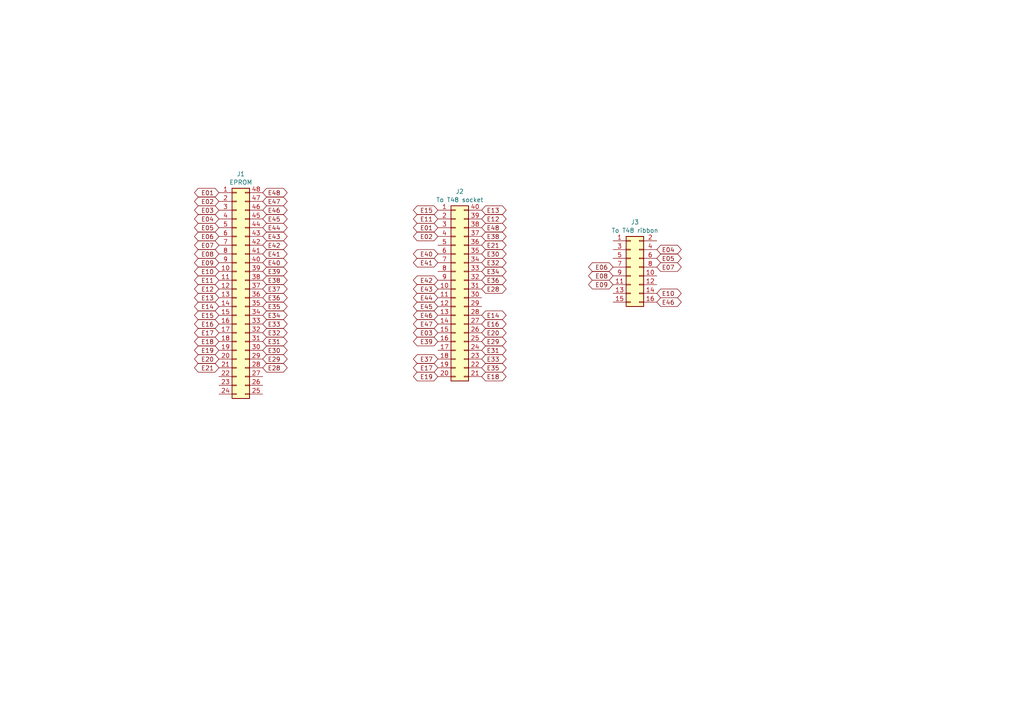
<source format=kicad_sch>
(kicad_sch (version 20230121) (generator eeschema)
  (paper "A4")
  (lib_symbols
    (symbol "Connector_Generic:Conn_02x08_Odd_Even" (pin_names (offset 1.016) hide)
      (property "Reference" "J" (at 1.27 10.16 0))
      (property "Value" "Conn_02x08_Odd_Even" (at 1.27 -12.7 0))
      (symbol "Conn_02x08_Odd_Even_1_1"
        (rectangle (start -1.27 -10.033) (end 0 -10.287) (stroke (width 0.1524)))
        (rectangle (start -1.27 -7.493) (end 0 -7.747) (stroke (width 0.1524)))
        (rectangle (start -1.27 -4.953) (end 0 -5.207) (stroke (width 0.1524)))
        (rectangle (start -1.27 -2.413) (end 0 -2.667) (stroke (width 0.1524)))
        (rectangle (start -1.27 0.127) (end 0 -0.127) (stroke (width 0.1524)))
        (rectangle (start -1.27 2.667) (end 0 2.413) (stroke (width 0.1524)))
        (rectangle (start -1.27 5.207) (end 0 4.953) (stroke (width 0.1524)))
        (rectangle (start -1.27 7.747) (end 0 7.493) (stroke (width 0.1524)))
        (rectangle (start -1.27 8.89) (end 3.81 -11.43) (stroke (width 0.254)) (fill (type background)))
        (rectangle (start 3.81 -10.033) (end 2.54 -10.287) (stroke (width 0.1524)))
        (rectangle (start 3.81 -7.493) (end 2.54 -7.747) (stroke (width 0.1524)))
        (rectangle (start 3.81 -4.953) (end 2.54 -5.207) (stroke (width 0.1524)))
        (rectangle (start 3.81 -2.413) (end 2.54 -2.667) (stroke (width 0.1524)))
        (rectangle (start 3.81 0.127) (end 2.54 -0.127) (stroke (width 0.1524)))
        (rectangle (start 3.81 2.667) (end 2.54 2.413) (stroke (width 0.1524)))
        (rectangle (start 3.81 5.207) (end 2.54 4.953) (stroke (width 0.1524)))
        (rectangle (start 3.81 7.747) (end 2.54 7.493) (stroke (width 0.1524)))
        (pin passive line (at -5.08 7.62 0) (length 3.81) (name "Pin_1") (number "1"))
        (pin passive line (at 7.62 -2.54 180) (length 3.81) (name "Pin_10") (number "10"))
        (pin passive line (at -5.08 -5.08 0) (length 3.81) (name "Pin_11") (number "11"))
        (pin passive line (at 7.62 -5.08 180) (length 3.81) (name "Pin_12") (number "12"))
        (pin passive line (at -5.08 -7.62 0) (length 3.81) (name "Pin_13") (number "13"))
        (pin passive line (at 7.62 -7.62 180) (length 3.81) (name "Pin_14") (number "14"))
        (pin passive line (at -5.08 -10.16 0) (length 3.81) (name "Pin_15") (number "15"))
        (pin passive line (at 7.62 -10.16 180) (length 3.81) (name "Pin_16") (number "16"))
        (pin passive line (at 7.62 7.62 180) (length 3.81) (name "Pin_2") (number "2"))
        (pin passive line (at -5.08 5.08 0) (length 3.81) (name "Pin_3") (number "3"))
        (pin passive line (at 7.62 5.08 180) (length 3.81) (name "Pin_4") (number "4"))
        (pin passive line (at -5.08 2.54 0) (length 3.81) (name "Pin_5") (number "5"))
        (pin passive line (at 7.62 2.54 180) (length 3.81) (name "Pin_6") (number "6"))
        (pin passive line (at -5.08 0 0) (length 3.81) (name "Pin_7") (number "7"))
        (pin passive line (at 7.62 0 180) (length 3.81) (name "Pin_8") (number "8"))
        (pin passive line (at -5.08 -2.54 0) (length 3.81) (name "Pin_9") (number "9"))
      )
    )
    (symbol "Connector_Generic:Conn_02x20_Counter_Clockwise" (pin_names (offset 1.016) hide)
      (property "Reference" "J" (at 1.27 25.4 0))
      (property "Value" "Conn_02x20_Counter_Clockwise" (at 1.27 -27.94 0))
      (symbol "Conn_02x20_Counter_Clockwise_1_1"
        (rectangle (start -1.27 -25.273) (end 0 -25.527) (stroke (width 0.1524)))
        (rectangle (start -1.27 -22.733) (end 0 -22.987) (stroke (width 0.1524)))
        (rectangle (start -1.27 -20.193) (end 0 -20.447) (stroke (width 0.1524)))
        (rectangle (start -1.27 -17.653) (end 0 -17.907) (stroke (width 0.1524)))
        (rectangle (start -1.27 -15.113) (end 0 -15.367) (stroke (width 0.1524)))
        (rectangle (start -1.27 -12.573) (end 0 -12.827) (stroke (width 0.1524)))
        (rectangle (start -1.27 -10.033) (end 0 -10.287) (stroke (width 0.1524)))
        (rectangle (start -1.27 -7.493) (end 0 -7.747) (stroke (width 0.1524)))
        (rectangle (start -1.27 -4.953) (end 0 -5.207) (stroke (width 0.1524)))
        (rectangle (start -1.27 -2.413) (end 0 -2.667) (stroke (width 0.1524)))
        (rectangle (start -1.27 0.127) (end 0 -0.127) (stroke (width 0.1524)))
        (rectangle (start -1.27 2.667) (end 0 2.413) (stroke (width 0.1524)))
        (rectangle (start -1.27 5.207) (end 0 4.953) (stroke (width 0.1524)))
        (rectangle (start -1.27 7.747) (end 0 7.493) (stroke (width 0.1524)))
        (rectangle (start -1.27 10.287) (end 0 10.033) (stroke (width 0.1524)))
        (rectangle (start -1.27 12.827) (end 0 12.573) (stroke (width 0.1524)))
        (rectangle (start -1.27 15.367) (end 0 15.113) (stroke (width 0.1524)))
        (rectangle (start -1.27 17.907) (end 0 17.653) (stroke (width 0.1524)))
        (rectangle (start -1.27 20.447) (end 0 20.193) (stroke (width 0.1524)))
        (rectangle (start -1.27 22.987) (end 0 22.733) (stroke (width 0.1524)))
        (rectangle (start -1.27 24.13) (end 3.81 -26.67) (stroke (width 0.254)) (fill (type background)))
        (rectangle (start 3.81 -25.273) (end 2.54 -25.527) (stroke (width 0.1524)))
        (rectangle (start 3.81 -22.733) (end 2.54 -22.987) (stroke (width 0.1524)))
        (rectangle (start 3.81 -20.193) (end 2.54 -20.447) (stroke (width 0.1524)))
        (rectangle (start 3.81 -17.653) (end 2.54 -17.907) (stroke (width 0.1524)))
        (rectangle (start 3.81 -15.113) (end 2.54 -15.367) (stroke (width 0.1524)))
        (rectangle (start 3.81 -12.573) (end 2.54 -12.827) (stroke (width 0.1524)))
        (rectangle (start 3.81 -10.033) (end 2.54 -10.287) (stroke (width 0.1524)))
        (rectangle (start 3.81 -7.493) (end 2.54 -7.747) (stroke (width 0.1524)))
        (rectangle (start 3.81 -4.953) (end 2.54 -5.207) (stroke (width 0.1524)))
        (rectangle (start 3.81 -2.413) (end 2.54 -2.667) (stroke (width 0.1524)))
        (rectangle (start 3.81 0.127) (end 2.54 -0.127) (stroke (width 0.1524)))
        (rectangle (start 3.81 2.667) (end 2.54 2.413) (stroke (width 0.1524)))
        (rectangle (start 3.81 5.207) (end 2.54 4.953) (stroke (width 0.1524)))
        (rectangle (start 3.81 7.747) (end 2.54 7.493) (stroke (width 0.1524)))
        (rectangle (start 3.81 10.287) (end 2.54 10.033) (stroke (width 0.1524)))
        (rectangle (start 3.81 12.827) (end 2.54 12.573) (stroke (width 0.1524)))
        (rectangle (start 3.81 15.367) (end 2.54 15.113) (stroke (width 0.1524)))
        (rectangle (start 3.81 17.907) (end 2.54 17.653) (stroke (width 0.1524)))
        (rectangle (start 3.81 20.447) (end 2.54 20.193) (stroke (width 0.1524)))
        (rectangle (start 3.81 22.987) (end 2.54 22.733) (stroke (width 0.1524)))
        (pin passive line (at -5.08 22.86 0) (length 3.81) (name "Pin_1") (number "1"))
        (pin passive line (at -5.08 0 0) (length 3.81) (name "Pin_10") (number "10"))
        (pin passive line (at -5.08 -2.54 0) (length 3.81) (name "Pin_11") (number "11"))
        (pin passive line (at -5.08 -5.08 0) (length 3.81) (name "Pin_12") (number "12"))
        (pin passive line (at -5.08 -7.62 0) (length 3.81) (name "Pin_13") (number "13"))
        (pin passive line (at -5.08 -10.16 0) (length 3.81) (name "Pin_14") (number "14"))
        (pin passive line (at -5.08 -12.7 0) (length 3.81) (name "Pin_15") (number "15"))
        (pin passive line (at -5.08 -15.24 0) (length 3.81) (name "Pin_16") (number "16"))
        (pin passive line (at -5.08 -17.78 0) (length 3.81) (name "Pin_17") (number "17"))
        (pin passive line (at -5.08 -20.32 0) (length 3.81) (name "Pin_18") (number "18"))
        (pin passive line (at -5.08 -22.86 0) (length 3.81) (name "Pin_19") (number "19"))
        (pin passive line (at -5.08 20.32 0) (length 3.81) (name "Pin_2") (number "2"))
        (pin passive line (at -5.08 -25.4 0) (length 3.81) (name "Pin_20") (number "20"))
        (pin passive line (at 7.62 -25.4 180) (length 3.81) (name "Pin_21") (number "21"))
        (pin passive line (at 7.62 -22.86 180) (length 3.81) (name "Pin_22") (number "22"))
        (pin passive line (at 7.62 -20.32 180) (length 3.81) (name "Pin_23") (number "23"))
        (pin passive line (at 7.62 -17.78 180) (length 3.81) (name "Pin_24") (number "24"))
        (pin passive line (at 7.62 -15.24 180) (length 3.81) (name "Pin_25") (number "25"))
        (pin passive line (at 7.62 -12.7 180) (length 3.81) (name "Pin_26") (number "26"))
        (pin passive line (at 7.62 -10.16 180) (length 3.81) (name "Pin_27") (number "27"))
        (pin passive line (at 7.62 -7.62 180) (length 3.81) (name "Pin_28") (number "28"))
        (pin passive line (at 7.62 -5.08 180) (length 3.81) (name "Pin_29") (number "29"))
        (pin passive line (at -5.08 17.78 0) (length 3.81) (name "Pin_3") (number "3"))
        (pin passive line (at 7.62 -2.54 180) (length 3.81) (name "Pin_30") (number "30"))
        (pin passive line (at 7.62 0 180) (length 3.81) (name "Pin_31") (number "31"))
        (pin passive line (at 7.62 2.54 180) (length 3.81) (name "Pin_32") (number "32"))
        (pin passive line (at 7.62 5.08 180) (length 3.81) (name "Pin_33") (number "33"))
        (pin passive line (at 7.62 7.62 180) (length 3.81) (name "Pin_34") (number "34"))
        (pin passive line (at 7.62 10.16 180) (length 3.81) (name "Pin_35") (number "35"))
        (pin passive line (at 7.62 12.7 180) (length 3.81) (name "Pin_36") (number "36"))
        (pin passive line (at 7.62 15.24 180) (length 3.81) (name "Pin_37") (number "37"))
        (pin passive line (at 7.62 17.78 180) (length 3.81) (name "Pin_38") (number "38"))
        (pin passive line (at 7.62 20.32 180) (length 3.81) (name "Pin_39") (number "39"))
        (pin passive line (at -5.08 15.24 0) (length 3.81) (name "Pin_4") (number "4"))
        (pin passive line (at 7.62 22.86 180) (length 3.81) (name "Pin_40") (number "40"))
        (pin passive line (at -5.08 12.7 0) (length 3.81) (name "Pin_5") (number "5"))
        (pin passive line (at -5.08 10.16 0) (length 3.81) (name "Pin_6") (number "6"))
        (pin passive line (at -5.08 7.62 0) (length 3.81) (name "Pin_7") (number "7"))
        (pin passive line (at -5.08 5.08 0) (length 3.81) (name "Pin_8") (number "8"))
        (pin passive line (at -5.08 2.54 0) (length 3.81) (name "Pin_9") (number "9"))
      )
    )
    (symbol "Connector_Generic:Conn_02x24_Counter_Clockwise" (pin_names (offset 1.016) hide)
      (property "Reference" "J" (at 1.27 30.48 0))
      (property "Value" "Conn_02x24_Counter_Clockwise" (at 1.27 -33.02 0))
      (symbol "Conn_02x24_Counter_Clockwise_1_1"
        (rectangle (start -1.27 -30.353) (end 0 -30.607) (stroke (width 0.1524)))
        (rectangle (start -1.27 -27.813) (end 0 -28.067) (stroke (width 0.1524)))
        (rectangle (start -1.27 -25.273) (end 0 -25.527) (stroke (width 0.1524)))
        (rectangle (start -1.27 -22.733) (end 0 -22.987) (stroke (width 0.1524)))
        (rectangle (start -1.27 -20.193) (end 0 -20.447) (stroke (width 0.1524)))
        (rectangle (start -1.27 -17.653) (end 0 -17.907) (stroke (width 0.1524)))
        (rectangle (start -1.27 -15.113) (end 0 -15.367) (stroke (width 0.1524)))
        (rectangle (start -1.27 -12.573) (end 0 -12.827) (stroke (width 0.1524)))
        (rectangle (start -1.27 -10.033) (end 0 -10.287) (stroke (width 0.1524)))
        (rectangle (start -1.27 -7.493) (end 0 -7.747) (stroke (width 0.1524)))
        (rectangle (start -1.27 -4.953) (end 0 -5.207) (stroke (width 0.1524)))
        (rectangle (start -1.27 -2.413) (end 0 -2.667) (stroke (width 0.1524)))
        (rectangle (start -1.27 0.127) (end 0 -0.127) (stroke (width 0.1524)))
        (rectangle (start -1.27 2.667) (end 0 2.413) (stroke (width 0.1524)))
        (rectangle (start -1.27 5.207) (end 0 4.953) (stroke (width 0.1524)))
        (rectangle (start -1.27 7.747) (end 0 7.493) (stroke (width 0.1524)))
        (rectangle (start -1.27 10.287) (end 0 10.033) (stroke (width 0.1524)))
        (rectangle (start -1.27 12.827) (end 0 12.573) (stroke (width 0.1524)))
        (rectangle (start -1.27 15.367) (end 0 15.113) (stroke (width 0.1524)))
        (rectangle (start -1.27 17.907) (end 0 17.653) (stroke (width 0.1524)))
        (rectangle (start -1.27 20.447) (end 0 20.193) (stroke (width 0.1524)))
        (rectangle (start -1.27 22.987) (end 0 22.733) (stroke (width 0.1524)))
        (rectangle (start -1.27 25.527) (end 0 25.273) (stroke (width 0.1524)))
        (rectangle (start -1.27 28.067) (end 0 27.813) (stroke (width 0.1524)))
        (rectangle (start -1.27 29.21) (end 3.81 -31.75) (stroke (width 0.254)) (fill (type background)))
        (rectangle (start 3.81 -30.353) (end 2.54 -30.607) (stroke (width 0.1524)))
        (rectangle (start 3.81 -27.813) (end 2.54 -28.067) (stroke (width 0.1524)))
        (rectangle (start 3.81 -25.273) (end 2.54 -25.527) (stroke (width 0.1524)))
        (rectangle (start 3.81 -22.733) (end 2.54 -22.987) (stroke (width 0.1524)))
        (rectangle (start 3.81 -20.193) (end 2.54 -20.447) (stroke (width 0.1524)))
        (rectangle (start 3.81 -17.653) (end 2.54 -17.907) (stroke (width 0.1524)))
        (rectangle (start 3.81 -15.113) (end 2.54 -15.367) (stroke (width 0.1524)))
        (rectangle (start 3.81 -12.573) (end 2.54 -12.827) (stroke (width 0.1524)))
        (rectangle (start 3.81 -10.033) (end 2.54 -10.287) (stroke (width 0.1524)))
        (rectangle (start 3.81 -7.493) (end 2.54 -7.747) (stroke (width 0.1524)))
        (rectangle (start 3.81 -4.953) (end 2.54 -5.207) (stroke (width 0.1524)))
        (rectangle (start 3.81 -2.413) (end 2.54 -2.667) (stroke (width 0.1524)))
        (rectangle (start 3.81 0.127) (end 2.54 -0.127) (stroke (width 0.1524)))
        (rectangle (start 3.81 2.667) (end 2.54 2.413) (stroke (width 0.1524)))
        (rectangle (start 3.81 5.207) (end 2.54 4.953) (stroke (width 0.1524)))
        (rectangle (start 3.81 7.747) (end 2.54 7.493) (stroke (width 0.1524)))
        (rectangle (start 3.81 10.287) (end 2.54 10.033) (stroke (width 0.1524)))
        (rectangle (start 3.81 12.827) (end 2.54 12.573) (stroke (width 0.1524)))
        (rectangle (start 3.81 15.367) (end 2.54 15.113) (stroke (width 0.1524)))
        (rectangle (start 3.81 17.907) (end 2.54 17.653) (stroke (width 0.1524)))
        (rectangle (start 3.81 20.447) (end 2.54 20.193) (stroke (width 0.1524)))
        (rectangle (start 3.81 22.987) (end 2.54 22.733) (stroke (width 0.1524)))
        (rectangle (start 3.81 25.527) (end 2.54 25.273) (stroke (width 0.1524)))
        (rectangle (start 3.81 28.067) (end 2.54 27.813) (stroke (width 0.1524)))
        (pin passive line (at -5.08 27.94 0) (length 3.81) (name "Pin_1") (number "1"))
        (pin passive line (at -5.08 5.08 0) (length 3.81) (name "Pin_10") (number "10"))
        (pin passive line (at -5.08 2.54 0) (length 3.81) (name "Pin_11") (number "11"))
        (pin passive line (at -5.08 0 0) (length 3.81) (name "Pin_12") (number "12"))
        (pin passive line (at -5.08 -2.54 0) (length 3.81) (name "Pin_13") (number "13"))
        (pin passive line (at -5.08 -5.08 0) (length 3.81) (name "Pin_14") (number "14"))
        (pin passive line (at -5.08 -7.62 0) (length 3.81) (name "Pin_15") (number "15"))
        (pin passive line (at -5.08 -10.16 0) (length 3.81) (name "Pin_16") (number "16"))
        (pin passive line (at -5.08 -12.7 0) (length 3.81) (name "Pin_17") (number "17"))
        (pin passive line (at -5.08 -15.24 0) (length 3.81) (name "Pin_18") (number "18"))
        (pin passive line (at -5.08 -17.78 0) (length 3.81) (name "Pin_19") (number "19"))
        (pin passive line (at -5.08 25.4 0) (length 3.81) (name "Pin_2") (number "2"))
        (pin passive line (at -5.08 -20.32 0) (length 3.81) (name "Pin_20") (number "20"))
        (pin passive line (at -5.08 -22.86 0) (length 3.81) (name "Pin_21") (number "21"))
        (pin passive line (at -5.08 -25.4 0) (length 3.81) (name "Pin_22") (number "22"))
        (pin passive line (at -5.08 -27.94 0) (length 3.81) (name "Pin_23") (number "23"))
        (pin passive line (at -5.08 -30.48 0) (length 3.81) (name "Pin_24") (number "24"))
        (pin passive line (at 7.62 -30.48 180) (length 3.81) (name "Pin_25") (number "25"))
        (pin passive line (at 7.62 -27.94 180) (length 3.81) (name "Pin_26") (number "26"))
        (pin passive line (at 7.62 -25.4 180) (length 3.81) (name "Pin_27") (number "27"))
        (pin passive line (at 7.62 -22.86 180) (length 3.81) (name "Pin_28") (number "28"))
        (pin passive line (at 7.62 -20.32 180) (length 3.81) (name "Pin_29") (number "29"))
        (pin passive line (at -5.08 22.86 0) (length 3.81) (name "Pin_3") (number "3"))
        (pin passive line (at 7.62 -17.78 180) (length 3.81) (name "Pin_30") (number "30"))
        (pin passive line (at 7.62 -15.24 180) (length 3.81) (name "Pin_31") (number "31"))
        (pin passive line (at 7.62 -12.7 180) (length 3.81) (name "Pin_32") (number "32"))
        (pin passive line (at 7.62 -10.16 180) (length 3.81) (name "Pin_33") (number "33"))
        (pin passive line (at 7.62 -7.62 180) (length 3.81) (name "Pin_34") (number "34"))
        (pin passive line (at 7.62 -5.08 180) (length 3.81) (name "Pin_35") (number "35"))
        (pin passive line (at 7.62 -2.54 180) (length 3.81) (name "Pin_36") (number "36"))
        (pin passive line (at 7.62 0 180) (length 3.81) (name "Pin_37") (number "37"))
        (pin passive line (at 7.62 2.54 180) (length 3.81) (name "Pin_38") (number "38"))
        (pin passive line (at 7.62 5.08 180) (length 3.81) (name "Pin_39") (number "39"))
        (pin passive line (at -5.08 20.32 0) (length 3.81) (name "Pin_4") (number "4"))
        (pin passive line (at 7.62 7.62 180) (length 3.81) (name "Pin_40") (number "40"))
        (pin passive line (at 7.62 10.16 180) (length 3.81) (name "Pin_41") (number "41"))
        (pin passive line (at 7.62 12.7 180) (length 3.81) (name "Pin_42") (number "42"))
        (pin passive line (at 7.62 15.24 180) (length 3.81) (name "Pin_43") (number "43"))
        (pin passive line (at 7.62 17.78 180) (length 3.81) (name "Pin_44") (number "44"))
        (pin passive line (at 7.62 20.32 180) (length 3.81) (name "Pin_45") (number "45"))
        (pin passive line (at 7.62 22.86 180) (length 3.81) (name "Pin_46") (number "46"))
        (pin passive line (at 7.62 25.4 180) (length 3.81) (name "Pin_47") (number "47"))
        (pin passive line (at 7.62 27.94 180) (length 3.81) (name "Pin_48") (number "48"))
        (pin passive line (at -5.08 17.78 0) (length 3.81) (name "Pin_5") (number "5"))
        (pin passive line (at -5.08 15.24 0) (length 3.81) (name "Pin_6") (number "6"))
        (pin passive line (at -5.08 12.7 0) (length 3.81) (name "Pin_7") (number "7"))
        (pin passive line (at -5.08 10.16 0) (length 3.81) (name "Pin_8") (number "8"))
        (pin passive line (at -5.08 7.62 0) (length 3.81) (name "Pin_9") (number "9"))
      )
    )
  )
  (global_label "E19" (shape bidirectional) (at 63.5 101.6 180) (property "Intersheetrefs" "${INTERSHEET_REFS}" (effects hide)))
  (global_label "E37" (shape bidirectional) (at 127 104.14 180) (property "Intersheetrefs" "${INTERSHEET_REFS}" (effects hide)))
  (global_label "E17" (shape bidirectional) (at 127 106.68 180) (property "Intersheetrefs" "${INTERSHEET_REFS}" (effects hide)))
  (global_label "E45" (shape bidirectional) (at 76.2 63.5 0) (property "Intersheetrefs" "${INTERSHEET_REFS}" (effects hide)))
  (global_label "E46" (shape bidirectional) (at 190.5 87.63 0) (property "Intersheetrefs" "${INTERSHEET_REFS}" (effects hide)))
  (global_label "E41" (shape bidirectional) (at 127 76.2 180) (property "Intersheetrefs" "${INTERSHEET_REFS}" (effects hide)))
  (global_label "E20" (shape bidirectional) (at 63.5 104.14 180) (property "Intersheetrefs" "${INTERSHEET_REFS}" (effects hide)))
  (global_label "E15" (shape bidirectional) (at 127 60.96 180) (property "Intersheetrefs" "${INTERSHEET_REFS}" (effects hide)))
  (global_label "E28" (shape bidirectional) (at 139.7 83.82 0) (property "Intersheetrefs" "${INTERSHEET_REFS}" (effects hide)))
  (global_label "E35" (shape bidirectional) (at 139.7 106.68 0) (property "Intersheetrefs" "${INTERSHEET_REFS}" (effects hide)))
  (global_label "E37" (shape bidirectional) (at 76.2 83.82 0) (property "Intersheetrefs" "${INTERSHEET_REFS}" (effects hide)))
  (global_label "E05" (shape bidirectional) (at 63.5 66.04 180) (property "Intersheetrefs" "${INTERSHEET_REFS}" (effects hide)))
  (global_label "E35" (shape bidirectional) (at 76.2 88.9 0) (property "Intersheetrefs" "${INTERSHEET_REFS}" (effects hide)))
  (global_label "E08" (shape bidirectional) (at 63.5 73.66 180) (property "Intersheetrefs" "${INTERSHEET_REFS}" (effects hide)))
  (global_label "E11" (shape bidirectional) (at 63.5 81.28 180) (property "Intersheetrefs" "${INTERSHEET_REFS}" (effects hide)))
  (global_label "E16" (shape bidirectional) (at 63.5 93.98 180) (property "Intersheetrefs" "${INTERSHEET_REFS}" (effects hide)))
  (global_label "E02" (shape bidirectional) (at 127 68.58 180) (property "Intersheetrefs" "${INTERSHEET_REFS}" (effects hide)))
  (global_label "E01" (shape bidirectional) (at 127 66.04 180) (property "Intersheetrefs" "${INTERSHEET_REFS}" (effects hide)))
  (global_label "E10" (shape bidirectional) (at 190.5 85.09 0) (property "Intersheetrefs" "${INTERSHEET_REFS}" (effects hide)))
  (global_label "E13" (shape bidirectional) (at 139.7 60.96 0) (property "Intersheetrefs" "${INTERSHEET_REFS}" (effects hide)))
  (global_label "E15" (shape bidirectional) (at 63.5 91.44 180) (property "Intersheetrefs" "${INTERSHEET_REFS}" (effects hide)))
  (global_label "E46" (shape bidirectional) (at 76.2 60.96 0) (property "Intersheetrefs" "${INTERSHEET_REFS}" (effects hide)))
  (global_label "E21" (shape bidirectional) (at 139.7 71.12 0) (property "Intersheetrefs" "${INTERSHEET_REFS}" (effects hide)))
  (global_label "E34" (shape bidirectional) (at 76.2 91.44 0) (property "Intersheetrefs" "${INTERSHEET_REFS}" (effects hide)))
  (global_label "E08" (shape bidirectional) (at 177.8 80.01 180) (property "Intersheetrefs" "${INTERSHEET_REFS}" (effects hide)))
  (global_label "E21" (shape bidirectional) (at 63.5 106.68 180) (property "Intersheetrefs" "${INTERSHEET_REFS}" (effects hide)))
  (global_label "E32" (shape bidirectional) (at 76.2 96.52 0) (property "Intersheetrefs" "${INTERSHEET_REFS}" (effects hide)))
  (global_label "E42" (shape bidirectional) (at 76.2 71.12 0) (property "Intersheetrefs" "${INTERSHEET_REFS}" (effects hide)))
  (global_label "E04" (shape bidirectional) (at 190.5 72.39 0) (property "Intersheetrefs" "${INTERSHEET_REFS}" (effects hide)))
  (global_label "E40" (shape bidirectional) (at 127 73.66 180) (property "Intersheetrefs" "${INTERSHEET_REFS}" (effects hide)))
  (global_label "E16" (shape bidirectional) (at 139.7 93.98 0) (property "Intersheetrefs" "${INTERSHEET_REFS}" (effects hide)))
  (global_label "E09" (shape bidirectional) (at 177.8 82.55 180) (property "Intersheetrefs" "${INTERSHEET_REFS}" (effects hide)))
  (global_label "E14" (shape bidirectional) (at 63.5 88.9 180) (property "Intersheetrefs" "${INTERSHEET_REFS}" (effects hide)))
  (global_label "E43" (shape bidirectional) (at 127 83.82 180) (property "Intersheetrefs" "${INTERSHEET_REFS}" (effects hide)))
  (global_label "E39" (shape bidirectional) (at 127 99.06 180) (property "Intersheetrefs" "${INTERSHEET_REFS}" (effects hide)))
  (global_label "E48" (shape bidirectional) (at 139.7 66.04 0) (property "Intersheetrefs" "${INTERSHEET_REFS}" (effects hide)))
  (global_label "E48" (shape bidirectional) (at 76.2 55.88 0) (property "Intersheetrefs" "${INTERSHEET_REFS}" (effects hide)))
  (global_label "E13" (shape bidirectional) (at 63.5 86.36 180) (property "Intersheetrefs" "${INTERSHEET_REFS}" (effects hide)))
  (global_label "E03" (shape bidirectional) (at 127 96.52 180) (property "Intersheetrefs" "${INTERSHEET_REFS}" (effects hide)))
  (global_label "E39" (shape bidirectional) (at 76.2 78.74 0) (property "Intersheetrefs" "${INTERSHEET_REFS}" (effects hide)))
  (global_label "E18" (shape bidirectional) (at 139.7 109.22 0) (property "Intersheetrefs" "${INTERSHEET_REFS}" (effects hide)))
  (global_label "E29" (shape bidirectional) (at 139.7 99.06 0) (property "Intersheetrefs" "${INTERSHEET_REFS}" (effects hide)))
  (global_label "E07" (shape bidirectional) (at 63.5 71.12 180) (property "Intersheetrefs" "${INTERSHEET_REFS}" (effects hide)))
  (global_label "E12" (shape bidirectional) (at 63.5 83.82 180) (property "Intersheetrefs" "${INTERSHEET_REFS}" (effects hide)))
  (global_label "E18" (shape bidirectional) (at 63.5 99.06 180) (property "Intersheetrefs" "${INTERSHEET_REFS}" (effects hide)))
  (global_label "E30" (shape bidirectional) (at 76.2 101.6 0) (property "Intersheetrefs" "${INTERSHEET_REFS}" (effects hide)))
  (global_label "E04" (shape bidirectional) (at 63.5 63.5 180) (property "Intersheetrefs" "${INTERSHEET_REFS}" (effects hide)))
  (global_label "E09" (shape bidirectional) (at 63.5 76.2 180) (property "Intersheetrefs" "${INTERSHEET_REFS}" (effects hide)))
  (global_label "E30" (shape bidirectional) (at 139.7 73.66 0) (property "Intersheetrefs" "${INTERSHEET_REFS}" (effects hide)))
  (global_label "E20" (shape bidirectional) (at 139.7 96.52 0) (property "Intersheetrefs" "${INTERSHEET_REFS}" (effects hide)))
  (global_label "E31" (shape bidirectional) (at 139.7 101.6 0) (property "Intersheetrefs" "${INTERSHEET_REFS}" (effects hide)))
  (global_label "E46" (shape bidirectional) (at 127 91.44 180) (property "Intersheetrefs" "${INTERSHEET_REFS}" (effects hide)))
  (global_label "E47" (shape bidirectional) (at 127 93.98 180) (property "Intersheetrefs" "${INTERSHEET_REFS}" (effects hide)))
  (global_label "E12" (shape bidirectional) (at 139.7 63.5 0) (property "Intersheetrefs" "${INTERSHEET_REFS}" (effects hide)))
  (global_label "E41" (shape bidirectional) (at 76.2 73.66 0) (property "Intersheetrefs" "${INTERSHEET_REFS}" (effects hide)))
  (global_label "E38" (shape bidirectional) (at 139.7 68.58 0) (property "Intersheetrefs" "${INTERSHEET_REFS}" (effects hide)))
  (global_label "E10" (shape bidirectional) (at 63.5 78.74 180) (property "Intersheetrefs" "${INTERSHEET_REFS}" (effects hide)))
  (global_label "E36" (shape bidirectional) (at 139.7 81.28 0) (property "Intersheetrefs" "${INTERSHEET_REFS}" (effects hide)))
  (global_label "E29" (shape bidirectional) (at 76.2 104.14 0) (property "Intersheetrefs" "${INTERSHEET_REFS}" (effects hide)))
  (global_label "E03" (shape bidirectional) (at 63.5 60.96 180) (property "Intersheetrefs" "${INTERSHEET_REFS}" (effects hide)))
  (global_label "E45" (shape bidirectional) (at 127 88.9 180) (property "Intersheetrefs" "${INTERSHEET_REFS}" (effects hide)))
  (global_label "E32" (shape bidirectional) (at 139.7 76.2 0) (property "Intersheetrefs" "${INTERSHEET_REFS}" (effects hide)))
  (global_label "E33" (shape bidirectional) (at 76.2 93.98 0) (property "Intersheetrefs" "${INTERSHEET_REFS}" (effects hide)))
  (global_label "E01" (shape bidirectional) (at 63.5 55.88 180) (property "Intersheetrefs" "${INTERSHEET_REFS}" (effects hide)))
  (global_label "E47" (shape bidirectional) (at 76.2 58.42 0) (property "Intersheetrefs" "${INTERSHEET_REFS}" (effects hide)))
  (global_label "E31" (shape bidirectional) (at 76.2 99.06 0) (property "Intersheetrefs" "${INTERSHEET_REFS}" (effects hide)))
  (global_label "E43" (shape bidirectional) (at 76.2 68.58 0) (property "Intersheetrefs" "${INTERSHEET_REFS}" (effects hide)))
  (global_label "E06" (shape bidirectional) (at 177.8 77.47 180) (property "Intersheetrefs" "${INTERSHEET_REFS}" (effects hide)))
  (global_label "E44" (shape bidirectional) (at 76.2 66.04 0) (property "Intersheetrefs" "${INTERSHEET_REFS}" (effects hide)))
  (global_label "E02" (shape bidirectional) (at 63.5 58.42 180) (property "Intersheetrefs" "${INTERSHEET_REFS}" (effects hide)))
  (global_label "E33" (shape bidirectional) (at 139.7 104.14 0) (property "Intersheetrefs" "${INTERSHEET_REFS}" (effects hide)))
  (global_label "E44" (shape bidirectional) (at 127 86.36 180) (property "Intersheetrefs" "${INTERSHEET_REFS}" (effects hide)))
  (global_label "E19" (shape bidirectional) (at 127 109.22 180) (property "Intersheetrefs" "${INTERSHEET_REFS}" (effects hide)))
  (global_label "E07" (shape bidirectional) (at 190.5 77.47 0) (property "Intersheetrefs" "${INTERSHEET_REFS}" (effects hide)))
  (global_label "E34" (shape bidirectional) (at 139.7 78.74 0) (property "Intersheetrefs" "${INTERSHEET_REFS}" (effects hide)))
  (global_label "E38" (shape bidirectional) (at 76.2 81.28 0) (property "Intersheetrefs" "${INTERSHEET_REFS}" (effects hide)))
  (global_label "E42" (shape bidirectional) (at 127 81.28 180) (property "Intersheetrefs" "${INTERSHEET_REFS}" (effects hide)))
  (global_label "E36" (shape bidirectional) (at 76.2 86.36 0) (property "Intersheetrefs" "${INTERSHEET_REFS}" (effects hide)))
  (global_label "E06" (shape bidirectional) (at 63.5 68.58 180) (property "Intersheetrefs" "${INTERSHEET_REFS}" (effects hide)))
  (global_label "E28" (shape bidirectional) (at 76.2 106.68 0) (property "Intersheetrefs" "${INTERSHEET_REFS}" (effects hide)))
  (global_label "E11" (shape bidirectional) (at 127 63.5 180) (property "Intersheetrefs" "${INTERSHEET_REFS}" (effects hide)))
  (global_label "E40" (shape bidirectional) (at 76.2 76.2 0) (property "Intersheetrefs" "${INTERSHEET_REFS}" (effects hide)))
  (global_label "E05" (shape bidirectional) (at 190.5 74.93 0) (property "Intersheetrefs" "${INTERSHEET_REFS}" (effects hide)))
  (global_label "E14" (shape bidirectional) (at 139.7 91.44 0) (property "Intersheetrefs" "${INTERSHEET_REFS}" (effects hide)))
  (global_label "E17" (shape bidirectional) (at 63.5 96.52 180) (property "Intersheetrefs" "${INTERSHEET_REFS}" (effects hide)))
  (symbol (lib_id "Connector_Generic:Conn_02x24_Counter_Clockwise") (at 68.58 83.82 0) (unit 1)
    (property "Reference" "J1" (at 69.85 50.4657 0))
    (property "Value" "EPROM" (at 69.85 52.8899 0))
    (property "Footprint" "Package_DIP:DIP-48_W15.24mm_Socket_LongPads" (effects hide))
  )
  (symbol (lib_id "Connector_Generic:Conn_02x20_Counter_Clockwise") (at 132.08 83.82 0) (unit 1)
    (property "Reference" "J2" (at 133.35 55.5457 0))
    (property "Value" "To T48 socket" (at 133.35 57.9699 0))
    (property "Footprint" "Package_DIP:DIP-40_W15.24mm_Socket_LongPads" (effects hide))
  )
  (symbol (lib_id "Connector_Generic:Conn_02x08_Odd_Even") (at 182.88 77.47 0) (unit 1)
    (property "Reference" "J3" (at 184.15 64.4357 0))
    (property "Value" "To T48 ribbon" (at 184.15 66.8599 0))
    (property "Footprint" "Connector_PinHeader_2.54mm:PinHeader_2x08_P2.54mm_Horizontal" (effects hide))
  )
)
</source>
